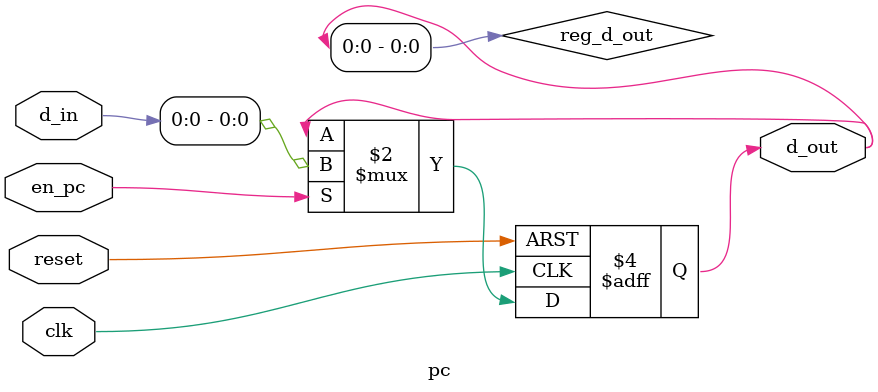
<source format=v>
module pc (
    input wire  [7:0] d_in,
    input wire  clk,
    input wire  en_pc,
    input wire  reset,
    output wire d_out
);

    reg [7:0] reg_d_out;
    assign d_out = reg_d_out;
    always @(posedge clk or posedge reset) begin
        if (reset) begin
            d_out <= 8'b0;
        end else if (en_pc) begin
            d_out <= d_in;
        end
    end
endmodule

</source>
